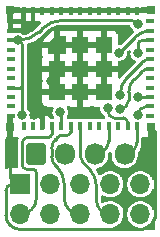
<source format=gbr>
%TF.GenerationSoftware,KiCad,Pcbnew,(6.0.2-0)*%
%TF.CreationDate,2022-03-05T08:12:12+00:00*%
%TF.ProjectId,Generic4,47656e65-7269-4633-942e-6b696361645f,1*%
%TF.SameCoordinates,Original*%
%TF.FileFunction,Copper,L1,Top*%
%TF.FilePolarity,Positive*%
%FSLAX46Y46*%
G04 Gerber Fmt 4.6, Leading zero omitted, Abs format (unit mm)*
G04 Created by KiCad (PCBNEW (6.0.2-0)) date 2022-03-05 08:12:12*
%MOMM*%
%LPD*%
G01*
G04 APERTURE LIST*
G04 Aperture macros list*
%AMRoundRect*
0 Rectangle with rounded corners*
0 $1 Rounding radius*
0 $2 $3 $4 $5 $6 $7 $8 $9 X,Y pos of 4 corners*
0 Add a 4 corners polygon primitive as box body*
4,1,4,$2,$3,$4,$5,$6,$7,$8,$9,$2,$3,0*
0 Add four circle primitives for the rounded corners*
1,1,$1+$1,$2,$3*
1,1,$1+$1,$4,$5*
1,1,$1+$1,$6,$7*
1,1,$1+$1,$8,$9*
0 Add four rect primitives between the rounded corners*
20,1,$1+$1,$2,$3,$4,$5,0*
20,1,$1+$1,$4,$5,$6,$7,0*
20,1,$1+$1,$6,$7,$8,$9,0*
20,1,$1+$1,$8,$9,$2,$3,0*%
%AMOutline5P*
0 Free polygon, 5 corners , with rotation*
0 The origin of the aperture is its center*
0 number of corners: always 5*
0 $1 to $10 corner X, Y*
0 $11 Rotation angle, in degrees counterclockwise*
0 create outline with 5 corners*
4,1,5,$1,$2,$3,$4,$5,$6,$7,$8,$9,$10,$1,$2,$11*%
%AMOutline6P*
0 Free polygon, 6 corners , with rotation*
0 The origin of the aperture is its center*
0 number of corners: always 6*
0 $1 to $12 corner X, Y*
0 $13 Rotation angle, in degrees counterclockwise*
0 create outline with 6 corners*
4,1,6,$1,$2,$3,$4,$5,$6,$7,$8,$9,$10,$11,$12,$1,$2,$13*%
%AMOutline7P*
0 Free polygon, 7 corners , with rotation*
0 The origin of the aperture is its center*
0 number of corners: always 7*
0 $1 to $14 corner X, Y*
0 $15 Rotation angle, in degrees counterclockwise*
0 create outline with 7 corners*
4,1,7,$1,$2,$3,$4,$5,$6,$7,$8,$9,$10,$11,$12,$13,$14,$1,$2,$15*%
%AMOutline8P*
0 Free polygon, 8 corners , with rotation*
0 The origin of the aperture is its center*
0 number of corners: always 8*
0 $1 to $16 corner X, Y*
0 $17 Rotation angle, in degrees counterclockwise*
0 create outline with 8 corners*
4,1,8,$1,$2,$3,$4,$5,$6,$7,$8,$9,$10,$11,$12,$13,$14,$15,$16,$1,$2,$17*%
G04 Aperture macros list end*
%TA.AperFunction,SMDPad,CuDef*%
%ADD10R,0.800000X0.400000*%
%TD*%
%TA.AperFunction,SMDPad,CuDef*%
%ADD11R,0.400000X0.800000*%
%TD*%
%TA.AperFunction,SMDPad,CuDef*%
%ADD12R,1.450000X1.450000*%
%TD*%
%TA.AperFunction,SMDPad,CuDef*%
%ADD13Outline5P,-0.725000X0.130500X-0.130500X0.725000X0.725000X0.725000X0.725000X-0.725000X-0.725000X-0.725000X0.000000*%
%TD*%
%TA.AperFunction,SMDPad,CuDef*%
%ADD14R,0.700000X0.700000*%
%TD*%
%TA.AperFunction,ComponentPad*%
%ADD15RoundRect,0.250000X-0.600000X-0.675000X0.600000X-0.675000X0.600000X0.675000X-0.600000X0.675000X0*%
%TD*%
%TA.AperFunction,ComponentPad*%
%ADD16O,1.700000X1.850000*%
%TD*%
%TA.AperFunction,ComponentPad*%
%ADD17R,1.700000X1.700000*%
%TD*%
%TA.AperFunction,ComponentPad*%
%ADD18O,1.700000X1.700000*%
%TD*%
%TA.AperFunction,ViaPad*%
%ADD19C,0.800000*%
%TD*%
%TA.AperFunction,Conductor*%
%ADD20C,0.250000*%
%TD*%
G04 APERTURE END LIST*
D10*
%TO.P,U1,1,GND*%
%TO.N,GND*%
X94100000Y-40193250D03*
%TO.P,U1,2,GND*%
X94100000Y-40993250D03*
%TO.P,U1,3,3V3*%
%TO.N,EN*%
X94100000Y-41793250D03*
%TO.P,U1,4,I36*%
%TO.N,unconnected-(U1-Pad4)*%
X94100000Y-42593250D03*
%TO.P,U1,5,I37*%
%TO.N,unconnected-(U1-Pad5)*%
X94100000Y-43393250D03*
%TO.P,U1,6,I38*%
%TO.N,unconnected-(U1-Pad6)*%
X94100000Y-44193250D03*
%TO.P,U1,7,I39*%
%TO.N,unconnected-(U1-Pad7)*%
X94100000Y-44993250D03*
%TO.P,U1,8,EN*%
%TO.N,EN*%
X94100000Y-45793250D03*
%TO.P,U1,9,I34*%
%TO.N,unconnected-(U1-Pad9)*%
X94100000Y-46593250D03*
%TO.P,U1,10,I35*%
%TO.N,unconnected-(U1-Pad10)*%
X94100000Y-47393250D03*
%TO.P,U1,11,GND*%
%TO.N,GND*%
X94100000Y-48193250D03*
D11*
%TO.P,U1,12,IO32*%
%TO.N,unconnected-(U1-Pad12)*%
X95200000Y-49093250D03*
%TO.P,U1,13,IO33*%
%TO.N,unconnected-(U1-Pad13)*%
X96000000Y-49093250D03*
%TO.P,U1,14,GND*%
%TO.N,GND*%
X96800000Y-49093250D03*
%TO.P,U1,15,IO25*%
%TO.N,IO1*%
X97600000Y-49093250D03*
%TO.P,U1,16,IO26*%
%TO.N,IO2*%
X98400000Y-49093250D03*
%TO.P,U1,17,IO27*%
%TO.N,IO3*%
X99200000Y-49093250D03*
%TO.P,U1,18,IO14*%
%TO.N,IO4*%
X100000000Y-49093250D03*
%TO.P,U1,19,IO12*%
%TO.N,unconnected-(U1-Pad19)*%
X100800000Y-49093250D03*
%TO.P,U1,20,IO13*%
%TO.N,unconnected-(U1-Pad20)*%
X101600000Y-49093250D03*
%TO.P,U1,21,IO15*%
%TO.N,IO6*%
X102400000Y-49093250D03*
%TO.P,U1,22,IO2*%
%TO.N,unconnected-(U1-Pad22)*%
X103200000Y-49093250D03*
%TO.P,U1,23,IO0*%
%TO.N,GPIO0*%
X104000000Y-49093250D03*
%TO.P,U1,24,IO4*%
%TO.N,IO7*%
X104800000Y-49093250D03*
D10*
%TO.P,U1,25,NC*%
%TO.N,unconnected-(U1-Pad25)*%
X105900000Y-48193250D03*
%TO.P,U1,26,IO20*%
%TO.N,IO5*%
X105900000Y-47393250D03*
%TO.P,U1,27,IO7*%
%TO.N,B*%
X105900000Y-46593250D03*
%TO.P,U1,28,IO8*%
%TO.N,unconnected-(U1-Pad28)*%
X105900000Y-45793250D03*
%TO.P,U1,29,IO5*%
%TO.N,unconnected-(U1-Pad29)*%
X105900000Y-44993250D03*
%TO.P,U1,30,RXD0*%
%TO.N,RX*%
X105900000Y-44193250D03*
%TO.P,U1,31,TXD0*%
%TO.N,TX*%
X105900000Y-43393250D03*
%TO.P,U1,32,NC*%
%TO.N,unconnected-(U1-Pad32)*%
X105900000Y-42593250D03*
%TO.P,U1,33,IO19*%
%TO.N,G*%
X105900000Y-41793250D03*
%TO.P,U1,34,IO22*%
%TO.N,R*%
X105900000Y-40993250D03*
%TO.P,U1,35,IO21*%
%TO.N,unconnected-(U1-Pad35)*%
X105900000Y-40193250D03*
D11*
%TO.P,U1,36,GND*%
%TO.N,GND*%
X104800000Y-39293250D03*
%TO.P,U1,37,GND*%
X104000000Y-39293250D03*
%TO.P,U1,38,GND*%
X103200000Y-39293250D03*
%TO.P,U1,39,GND*%
X102400000Y-39293250D03*
%TO.P,U1,40,GND*%
X101600000Y-39293250D03*
%TO.P,U1,41,GND*%
X100800000Y-39293250D03*
%TO.P,U1,42,GND*%
X100000000Y-39293250D03*
%TO.P,U1,43,GND*%
X99200000Y-39293250D03*
%TO.P,U1,44,GND*%
X98400000Y-39293250D03*
%TO.P,U1,45,GND*%
X97600000Y-39293250D03*
%TO.P,U1,46,GND*%
X96800000Y-39293250D03*
%TO.P,U1,47,GND*%
X96000000Y-39293250D03*
%TO.P,U1,48,GND*%
X95200000Y-39293250D03*
D12*
%TO.P,U1,49,GND*%
X98025000Y-46168250D03*
X100000000Y-46168250D03*
X101975000Y-46168250D03*
X101975000Y-42218250D03*
X101975000Y-44193250D03*
X100000000Y-44193250D03*
X98025000Y-44193250D03*
X100000000Y-42218250D03*
D13*
X98025000Y-42218250D03*
D14*
%TO.P,U1,50,GND*%
X105950000Y-39243250D03*
%TO.P,U1,51,GND*%
X105950000Y-49143250D03*
%TO.P,U1,52,GND*%
X94050000Y-49143250D03*
%TO.P,U1,53,GND*%
X94050000Y-39243250D03*
%TD*%
D15*
%TO.P,J2,1,Pin_1*%
%TO.N,GND*%
X96250000Y-51440000D03*
D16*
%TO.P,J2,2,Pin_2*%
%TO.N,DC*%
X98750000Y-51440000D03*
%TO.P,J2,3,Pin_3*%
%TO.N,IO6*%
X101250000Y-51440000D03*
%TO.P,J2,4,Pin_4*%
%TO.N,IO7*%
X103750000Y-51440000D03*
%TD*%
D17*
%TO.P,J1,1,Pin_1*%
%TO.N,GND*%
X94925000Y-53980000D03*
D18*
%TO.P,J1,2,Pin_2*%
%TO.N,IO1*%
X94925000Y-56520000D03*
%TO.P,J1,3,Pin_3*%
%TO.N,GPIO0*%
X97465000Y-53980000D03*
%TO.P,J1,4,Pin_4*%
%TO.N,IO2*%
X97465000Y-56520000D03*
%TO.P,J1,5,Pin_5*%
%TO.N,EN*%
X100005000Y-53980000D03*
%TO.P,J1,6,Pin_6*%
%TO.N,IO3*%
X100005000Y-56520000D03*
%TO.P,J1,7,Pin_7*%
%TO.N,RX*%
X102545000Y-53980000D03*
%TO.P,J1,8,Pin_8*%
%TO.N,IO4*%
X102545000Y-56520000D03*
%TO.P,J1,9,Pin_9*%
%TO.N,TX*%
X105085000Y-53980000D03*
%TO.P,J1,10,Pin_10*%
%TO.N,IO5*%
X105085000Y-56520000D03*
%TD*%
D19*
%TO.N,GND*%
X97540500Y-45250000D03*
X96100000Y-48093748D03*
X95750000Y-40650000D03*
%TO.N,TX*%
X103367943Y-46421273D03*
%TO.N,RX*%
X103336743Y-47638860D03*
%TO.N,EN*%
X104884187Y-40391384D03*
X95099502Y-48093748D03*
X94706750Y-41793250D03*
%TO.N,IO2*%
X98300000Y-47900000D03*
%TO.N,GPIO0*%
X102340895Y-47553469D03*
%TO.N,IO5*%
X104900000Y-48093748D03*
%TO.N,R*%
X103299500Y-42868750D03*
%TO.N,G*%
X104900000Y-42900000D03*
%TO.N,B*%
X104900000Y-46600000D03*
%TD*%
D20*
%TO.N,GND*%
X94050000Y-49143250D02*
X94050000Y-53105000D01*
X106300000Y-56800000D02*
X106300000Y-49493250D01*
X94900000Y-57800000D02*
X105300000Y-57800000D01*
X94925000Y-53980000D02*
X94220000Y-53980000D01*
X93700000Y-54500000D02*
X93700000Y-56600000D01*
X96800000Y-49093250D02*
X96800000Y-48793748D01*
X105950000Y-49143250D02*
G75*
G02*
X106300000Y-49493250I-1J-350001D01*
G01*
X96100000Y-48093748D02*
G75*
G02*
X96800000Y-48793748I1J-699999D01*
G01*
X93700000Y-54500000D02*
G75*
G02*
X94220000Y-53980000I519998J2D01*
G01*
X106300000Y-56800000D02*
G75*
G02*
X105300000Y-57800000I-999999J-1D01*
G01*
X94925000Y-53980000D02*
G75*
G02*
X94050000Y-53105000I1J875001D01*
G01*
X94900000Y-57800000D02*
G75*
G02*
X93700000Y-56600000I0J1200000D01*
G01*
%TO.N,TX*%
X103367943Y-46417685D02*
X103367943Y-46421273D01*
X105220445Y-43674731D02*
X103997588Y-44897588D01*
X103367944Y-46417685D02*
G75*
G02*
X103997589Y-44897589I2149734J3D01*
G01*
X105220445Y-43674731D02*
G75*
G02*
X105900000Y-43393250I679556J-679558D01*
G01*
%TO.N,RX*%
X104100000Y-46200000D02*
X104100000Y-46875603D01*
X105122952Y-44522952D02*
X104562516Y-45083388D01*
X105136332Y-44509571D02*
X105122952Y-44522952D01*
X105136332Y-44509571D02*
G75*
G02*
X105900000Y-44193250I763667J-763669D01*
G01*
X104100001Y-46200000D02*
G75*
G02*
X104562517Y-45083389I1579127J0D01*
G01*
X103336743Y-47638860D02*
G75*
G03*
X104100000Y-46875603I-1J763258D01*
G01*
%TO.N,EN*%
X98500000Y-40100000D02*
X104180724Y-40100000D01*
X94100000Y-41793250D02*
X94706750Y-41793250D01*
X94706750Y-41793250D02*
X94814633Y-41793250D01*
X96481864Y-41102660D02*
X96481864Y-41094010D01*
X95099502Y-48093748D02*
X95099502Y-45700498D01*
X96481864Y-41094010D02*
X96751707Y-40824167D01*
X94100000Y-45793250D02*
X95006750Y-45793250D01*
X95099502Y-45700498D02*
X95099502Y-42186002D01*
X104884187Y-40391384D02*
G75*
G03*
X104180724Y-40100000I-703467J-703473D01*
G01*
X94706750Y-41793250D02*
G75*
G02*
X95099502Y-42186002I1J-392751D01*
G01*
X95099502Y-45700498D02*
G75*
G02*
X95006750Y-45793250I-92751J-1D01*
G01*
X96481864Y-41102660D02*
G75*
G02*
X94814633Y-41793250I-1667233J1667235D01*
G01*
X98500000Y-40100001D02*
G75*
G03*
X96751707Y-40824167I-1J-2472457D01*
G01*
%TO.N,IO4*%
X100786989Y-52713011D02*
X100230533Y-52156555D01*
X100000000Y-51600000D02*
X100000000Y-49093250D01*
X101370489Y-54121704D02*
X101370489Y-55345489D01*
X100786989Y-52713011D02*
G75*
G02*
X101370489Y-54121704I-1408696J-1408695D01*
G01*
X102545000Y-56520000D02*
G75*
G02*
X101370489Y-55345489I-1J1174510D01*
G01*
X100000001Y-51600000D02*
G75*
G03*
X100230534Y-52156554I787077J-4D01*
G01*
%TO.N,IO3*%
X97575480Y-51624520D02*
X97575480Y-50965324D01*
X98639511Y-55154511D02*
X98639511Y-53939511D01*
X98000000Y-52500000D02*
X97894358Y-52394358D01*
X99200000Y-49093250D02*
X99200000Y-49535522D01*
X97894688Y-50194688D02*
X98026853Y-50062523D01*
X98073826Y-52573825D02*
X98000000Y-52500000D01*
X98617761Y-49817761D02*
X98917761Y-49817761D01*
X98917761Y-49817761D02*
G75*
G03*
X99200000Y-49535522I0J282239D01*
G01*
X98073826Y-52573825D02*
G75*
G02*
X98639511Y-53939511I-1365690J-1365687D01*
G01*
X98639511Y-55154511D02*
G75*
G03*
X100005000Y-56520000I1365487J-2D01*
G01*
X97894688Y-50194688D02*
G75*
G03*
X97575480Y-50965324I770631J-770634D01*
G01*
X97575481Y-51624520D02*
G75*
G03*
X97894358Y-52394358I1088714J0D01*
G01*
X98617761Y-49817762D02*
G75*
G03*
X98026854Y-50062524I2J-835675D01*
G01*
%TO.N,IO2*%
X98400000Y-49093250D02*
X98400000Y-48000000D01*
X98400000Y-48000000D02*
X98300000Y-47900000D01*
%TO.N,IO1*%
X97343250Y-50000000D02*
X95602507Y-50000000D01*
X96290489Y-52996467D02*
X96290489Y-55154511D01*
X95412027Y-52689520D02*
X95983542Y-52689520D01*
X95075480Y-50527027D02*
X95075480Y-52352973D01*
X97600000Y-49093250D02*
X97600000Y-49743250D01*
X96290489Y-52996467D02*
G75*
G03*
X95983542Y-52689520I-306948J-1D01*
G01*
X95412027Y-52689520D02*
G75*
G02*
X95075480Y-52352973I-1J336546D01*
G01*
X94925000Y-56520000D02*
G75*
G03*
X96290489Y-55154511I2J1365487D01*
G01*
X97343250Y-50000000D02*
G75*
G03*
X97600000Y-49743250I1J256749D01*
G01*
X95075480Y-50527027D02*
G75*
G02*
X95602507Y-50000000I527028J-1D01*
G01*
%TO.N,GPIO0*%
X104000000Y-49093250D02*
X104000000Y-48726720D01*
X102874591Y-48363360D02*
X103636640Y-48363360D01*
X102340895Y-47553469D02*
X102340895Y-47829664D01*
X103636640Y-48363360D02*
G75*
G02*
X104000000Y-48726720I-1J-363361D01*
G01*
X102874591Y-48363360D02*
G75*
G02*
X102340895Y-47829664I0J533696D01*
G01*
%TO.N,IO5*%
X105900000Y-47393250D02*
X105600498Y-47393250D01*
X104900000Y-48093748D02*
G75*
G02*
X105600498Y-47393250I700498J0D01*
G01*
%TO.N,IO6*%
X102400000Y-49093250D02*
X102400000Y-50290000D01*
X101250000Y-51440000D02*
G75*
G03*
X102400000Y-50290000I1J1149999D01*
G01*
%TO.N,IO7*%
X104800000Y-49093250D02*
X104800000Y-50390000D01*
X103750000Y-51440000D02*
G75*
G03*
X104800000Y-50390000I0J1050000D01*
G01*
%TO.N,R*%
X104662350Y-41505902D02*
X104660603Y-41507648D01*
X103299500Y-42868750D02*
X104660603Y-41507648D01*
X104662350Y-41505902D02*
G75*
G02*
X105900000Y-40993250I1237649J-1237646D01*
G01*
%TO.N,G*%
X104900000Y-42143250D02*
X104900000Y-42900000D01*
X105900000Y-41793250D02*
X105250000Y-41793250D01*
X104900000Y-42143250D02*
G75*
G02*
X105250000Y-41793250I350001J-1D01*
G01*
%TO.N,B*%
X105900000Y-46593250D02*
X104906750Y-46593250D01*
X104900000Y-46600000D02*
G75*
G02*
X104906750Y-46593250I6750J0D01*
G01*
%TD*%
%TA.AperFunction,Conductor*%
%TO.N,GND*%
G36*
X106277068Y-56892398D02*
G01*
X106328742Y-56941084D01*
X106346000Y-57004734D01*
X106346000Y-57720000D01*
X106325998Y-57788121D01*
X106272342Y-57834614D01*
X106220000Y-57846000D01*
X105375687Y-57846000D01*
X105307566Y-57825998D01*
X105261073Y-57772342D01*
X105250969Y-57702068D01*
X105280463Y-57637488D01*
X105344033Y-57598843D01*
X105343945Y-57598584D01*
X105420309Y-57572662D01*
X105530693Y-57535192D01*
X105530698Y-57535190D01*
X105536165Y-57533334D01*
X105713276Y-57434147D01*
X105775934Y-57382035D01*
X105864913Y-57308031D01*
X105869345Y-57304345D01*
X105999147Y-57148276D01*
X106058845Y-57041677D01*
X106095510Y-56976208D01*
X106095511Y-56976206D01*
X106098334Y-56971165D01*
X106100687Y-56964232D01*
X106101109Y-56963633D01*
X106102541Y-56960416D01*
X106103173Y-56960697D01*
X106141523Y-56906157D01*
X106207275Y-56879378D01*
X106277068Y-56892398D01*
G37*
%TD.AperFunction*%
%TA.AperFunction,Conductor*%
G36*
X106146121Y-48909252D02*
G01*
X106192614Y-48962908D01*
X106204000Y-49015250D01*
X106204000Y-49983134D01*
X106208475Y-49998373D01*
X106209865Y-49999578D01*
X106217548Y-50001249D01*
X106220000Y-50001249D01*
X106227009Y-50003307D01*
X106230783Y-50004128D01*
X106230724Y-50004398D01*
X106288121Y-50021251D01*
X106334614Y-50074907D01*
X106346000Y-50127249D01*
X106346000Y-53499256D01*
X106325998Y-53567377D01*
X106272342Y-53613870D01*
X106202068Y-53623974D01*
X106137488Y-53594480D01*
X106106994Y-53554984D01*
X106033331Y-53405609D01*
X106030776Y-53400428D01*
X106000742Y-53360207D01*
X105912777Y-53242409D01*
X105909320Y-53237779D01*
X105760258Y-53099987D01*
X105755375Y-53096906D01*
X105755371Y-53096903D01*
X105593464Y-52994748D01*
X105588581Y-52991667D01*
X105400039Y-52916446D01*
X105394379Y-52915320D01*
X105394375Y-52915319D01*
X105206613Y-52877971D01*
X105206610Y-52877971D01*
X105200946Y-52876844D01*
X105195171Y-52876768D01*
X105195167Y-52876768D01*
X105093793Y-52875441D01*
X104997971Y-52874187D01*
X104992274Y-52875166D01*
X104992273Y-52875166D01*
X104803607Y-52907585D01*
X104797910Y-52908564D01*
X104607463Y-52978824D01*
X104433010Y-53082612D01*
X104428670Y-53086418D01*
X104428666Y-53086421D01*
X104408723Y-53103911D01*
X104280392Y-53216455D01*
X104154720Y-53375869D01*
X104152031Y-53380980D01*
X104152029Y-53380983D01*
X104139073Y-53405609D01*
X104060203Y-53555515D01*
X104000007Y-53749378D01*
X103976148Y-53950964D01*
X103989424Y-54153522D01*
X103990845Y-54159118D01*
X103990846Y-54159123D01*
X104011119Y-54238945D01*
X104039392Y-54350269D01*
X104041809Y-54355512D01*
X104079010Y-54436208D01*
X104124377Y-54534616D01*
X104241533Y-54700389D01*
X104386938Y-54842035D01*
X104555720Y-54954812D01*
X104561023Y-54957090D01*
X104561026Y-54957092D01*
X104697550Y-55015747D01*
X104742228Y-55034942D01*
X104815244Y-55051464D01*
X104934579Y-55078467D01*
X104934584Y-55078468D01*
X104940216Y-55079742D01*
X104945987Y-55079969D01*
X104945989Y-55079969D01*
X105005756Y-55082317D01*
X105143053Y-55087712D01*
X105243499Y-55073148D01*
X105338231Y-55059413D01*
X105338236Y-55059412D01*
X105343945Y-55058584D01*
X105349409Y-55056729D01*
X105349414Y-55056728D01*
X105530693Y-54995192D01*
X105530698Y-54995190D01*
X105536165Y-54993334D01*
X105713276Y-54894147D01*
X105718288Y-54889979D01*
X105864913Y-54768031D01*
X105869345Y-54764345D01*
X105999147Y-54608276D01*
X106071213Y-54479593D01*
X106095510Y-54436208D01*
X106095511Y-54436206D01*
X106098334Y-54431165D01*
X106100687Y-54424232D01*
X106101109Y-54423633D01*
X106102541Y-54420416D01*
X106103173Y-54420697D01*
X106141523Y-54366157D01*
X106207275Y-54339378D01*
X106277068Y-54352398D01*
X106328742Y-54401084D01*
X106346000Y-54464734D01*
X106346000Y-56039256D01*
X106325998Y-56107377D01*
X106272342Y-56153870D01*
X106202068Y-56163974D01*
X106137488Y-56134480D01*
X106106994Y-56094984D01*
X106033331Y-55945609D01*
X106030776Y-55940428D01*
X105909320Y-55777779D01*
X105787264Y-55664951D01*
X105764503Y-55643911D01*
X105760258Y-55639987D01*
X105755375Y-55636906D01*
X105755371Y-55636903D01*
X105593464Y-55534748D01*
X105588581Y-55531667D01*
X105400039Y-55456446D01*
X105394379Y-55455320D01*
X105394375Y-55455319D01*
X105206613Y-55417971D01*
X105206610Y-55417971D01*
X105200946Y-55416844D01*
X105195171Y-55416768D01*
X105195167Y-55416768D01*
X105093793Y-55415441D01*
X104997971Y-55414187D01*
X104992274Y-55415166D01*
X104992273Y-55415166D01*
X104806389Y-55447107D01*
X104797910Y-55448564D01*
X104607463Y-55518824D01*
X104433010Y-55622612D01*
X104428670Y-55626418D01*
X104428666Y-55626421D01*
X104331480Y-55711652D01*
X104280392Y-55756455D01*
X104276817Y-55760990D01*
X104276816Y-55760991D01*
X104247722Y-55797897D01*
X104154720Y-55915869D01*
X104152031Y-55920980D01*
X104152029Y-55920983D01*
X104139073Y-55945609D01*
X104060203Y-56095515D01*
X104000007Y-56289378D01*
X103976148Y-56490964D01*
X103989424Y-56693522D01*
X103990845Y-56699118D01*
X103990846Y-56699123D01*
X104011119Y-56778945D01*
X104039392Y-56890269D01*
X104041809Y-56895512D01*
X104078744Y-56975631D01*
X104124377Y-57074616D01*
X104241533Y-57240389D01*
X104386938Y-57382035D01*
X104555720Y-57494812D01*
X104561023Y-57497090D01*
X104561026Y-57497092D01*
X104649707Y-57535192D01*
X104742228Y-57574942D01*
X104816524Y-57591753D01*
X104840183Y-57597107D01*
X104902210Y-57631650D01*
X104935714Y-57694243D01*
X104930060Y-57765014D01*
X104887041Y-57821494D01*
X104820316Y-57845749D01*
X104812375Y-57846000D01*
X102835687Y-57846000D01*
X102767566Y-57825998D01*
X102721073Y-57772342D01*
X102710969Y-57702068D01*
X102740463Y-57637488D01*
X102804033Y-57598843D01*
X102803945Y-57598584D01*
X102880309Y-57572662D01*
X102990693Y-57535192D01*
X102990698Y-57535190D01*
X102996165Y-57533334D01*
X103173276Y-57434147D01*
X103235934Y-57382035D01*
X103324913Y-57308031D01*
X103329345Y-57304345D01*
X103459147Y-57148276D01*
X103518845Y-57041677D01*
X103555510Y-56976208D01*
X103555511Y-56976206D01*
X103558334Y-56971165D01*
X103560190Y-56965698D01*
X103560192Y-56965693D01*
X103621728Y-56784414D01*
X103621729Y-56784409D01*
X103623584Y-56778945D01*
X103624412Y-56773236D01*
X103624413Y-56773231D01*
X103652179Y-56581727D01*
X103652712Y-56578053D01*
X103654232Y-56520000D01*
X103641782Y-56384506D01*
X103636187Y-56323613D01*
X103636186Y-56323610D01*
X103635658Y-56317859D01*
X103630665Y-56300155D01*
X103582125Y-56128046D01*
X103582124Y-56128044D01*
X103580557Y-56122487D01*
X103576488Y-56114234D01*
X103493331Y-55945609D01*
X103490776Y-55940428D01*
X103369320Y-55777779D01*
X103247264Y-55664951D01*
X103224503Y-55643911D01*
X103220258Y-55639987D01*
X103215375Y-55636906D01*
X103215371Y-55636903D01*
X103053464Y-55534748D01*
X103048581Y-55531667D01*
X102860039Y-55456446D01*
X102854379Y-55455320D01*
X102854375Y-55455319D01*
X102666613Y-55417971D01*
X102666610Y-55417971D01*
X102660946Y-55416844D01*
X102655171Y-55416768D01*
X102655167Y-55416768D01*
X102553793Y-55415441D01*
X102457971Y-55414187D01*
X102452274Y-55415166D01*
X102452273Y-55415166D01*
X102266389Y-55447107D01*
X102257910Y-55448564D01*
X102067463Y-55518824D01*
X101962341Y-55581365D01*
X101954439Y-55586066D01*
X101885668Y-55603706D01*
X101818278Y-55581365D01*
X101773665Y-55526137D01*
X101769439Y-55514348D01*
X101768864Y-55512452D01*
X101764048Y-55488235D01*
X101763428Y-55481932D01*
X101753388Y-55379999D01*
X101753824Y-55365200D01*
X101753169Y-55365200D01*
X101753169Y-55355282D01*
X101754720Y-55345489D01*
X101751540Y-55325411D01*
X101749989Y-55305701D01*
X101749989Y-55012985D01*
X101769991Y-54944864D01*
X101823647Y-54898371D01*
X101893921Y-54888267D01*
X101945990Y-54908219D01*
X102015720Y-54954812D01*
X102021023Y-54957090D01*
X102021026Y-54957092D01*
X102157550Y-55015747D01*
X102202228Y-55034942D01*
X102275244Y-55051464D01*
X102394579Y-55078467D01*
X102394584Y-55078468D01*
X102400216Y-55079742D01*
X102405987Y-55079969D01*
X102405989Y-55079969D01*
X102465756Y-55082317D01*
X102603053Y-55087712D01*
X102703499Y-55073148D01*
X102798231Y-55059413D01*
X102798236Y-55059412D01*
X102803945Y-55058584D01*
X102809409Y-55056729D01*
X102809414Y-55056728D01*
X102990693Y-54995192D01*
X102990698Y-54995190D01*
X102996165Y-54993334D01*
X103173276Y-54894147D01*
X103178288Y-54889979D01*
X103324913Y-54768031D01*
X103329345Y-54764345D01*
X103459147Y-54608276D01*
X103531213Y-54479593D01*
X103555510Y-54436208D01*
X103555511Y-54436206D01*
X103558334Y-54431165D01*
X103560190Y-54425698D01*
X103560192Y-54425693D01*
X103621728Y-54244414D01*
X103621729Y-54244409D01*
X103623584Y-54238945D01*
X103624412Y-54233236D01*
X103624413Y-54233231D01*
X103652179Y-54041727D01*
X103652712Y-54038053D01*
X103654232Y-53980000D01*
X103635658Y-53777859D01*
X103634090Y-53772299D01*
X103582125Y-53588046D01*
X103582124Y-53588044D01*
X103580557Y-53582487D01*
X103569978Y-53561033D01*
X103493331Y-53405609D01*
X103490776Y-53400428D01*
X103460742Y-53360207D01*
X103372777Y-53242409D01*
X103369320Y-53237779D01*
X103220258Y-53099987D01*
X103215375Y-53096906D01*
X103215371Y-53096903D01*
X103053464Y-52994748D01*
X103048581Y-52991667D01*
X102860039Y-52916446D01*
X102854379Y-52915320D01*
X102854375Y-52915319D01*
X102666613Y-52877971D01*
X102666610Y-52877971D01*
X102660946Y-52876844D01*
X102655171Y-52876768D01*
X102655167Y-52876768D01*
X102553793Y-52875441D01*
X102457971Y-52874187D01*
X102452274Y-52875166D01*
X102452273Y-52875166D01*
X102263607Y-52907585D01*
X102257910Y-52908564D01*
X102067463Y-52978824D01*
X101893010Y-53082612D01*
X101888670Y-53086418D01*
X101888666Y-53086421D01*
X101747918Y-53209855D01*
X101683514Y-53239732D01*
X101613181Y-53230046D01*
X101559249Y-53183874D01*
X101548432Y-53163342D01*
X101519839Y-53094315D01*
X101519838Y-53094313D01*
X101518484Y-53091044D01*
X101452708Y-52972030D01*
X101391344Y-52861000D01*
X101391343Y-52860998D01*
X101389630Y-52857899D01*
X101384767Y-52851045D01*
X101351661Y-52804385D01*
X101328555Y-52737254D01*
X101345410Y-52668287D01*
X101396877Y-52619381D01*
X101424900Y-52608980D01*
X101491387Y-52592957D01*
X101605393Y-52565482D01*
X101605395Y-52565481D01*
X101611226Y-52564076D01*
X101616684Y-52561594D01*
X101616688Y-52561593D01*
X101732957Y-52508728D01*
X101803084Y-52476843D01*
X101974986Y-52354904D01*
X102120728Y-52202660D01*
X102177710Y-52114410D01*
X102231800Y-52030640D01*
X102231801Y-52030637D01*
X102235052Y-52025603D01*
X102313834Y-51830122D01*
X102340045Y-51695901D01*
X102353361Y-51627717D01*
X102353361Y-51627714D01*
X102354229Y-51623271D01*
X102354500Y-51617730D01*
X102354500Y-51400730D01*
X102374502Y-51332609D01*
X102391405Y-51311635D01*
X102408872Y-51294168D01*
X102418632Y-51281130D01*
X102475467Y-51238584D01*
X102546282Y-51233518D01*
X102608595Y-51267543D01*
X102642620Y-51329855D01*
X102645500Y-51356639D01*
X102645500Y-51567659D01*
X102660493Y-51724806D01*
X102719823Y-51927042D01*
X102722573Y-51932381D01*
X102773180Y-52030640D01*
X102816324Y-52114410D01*
X102856321Y-52165328D01*
X102942808Y-52275432D01*
X102942812Y-52275436D01*
X102946514Y-52280149D01*
X102951044Y-52284080D01*
X102951045Y-52284081D01*
X103101165Y-52414350D01*
X103101170Y-52414354D01*
X103105696Y-52418281D01*
X103288126Y-52523819D01*
X103487222Y-52592957D01*
X103493155Y-52593817D01*
X103493158Y-52593818D01*
X103689860Y-52622338D01*
X103689863Y-52622338D01*
X103695800Y-52623199D01*
X103906333Y-52613455D01*
X103912157Y-52612051D01*
X103912160Y-52612051D01*
X104105393Y-52565482D01*
X104105395Y-52565481D01*
X104111226Y-52564076D01*
X104116684Y-52561594D01*
X104116688Y-52561593D01*
X104232957Y-52508728D01*
X104303084Y-52476843D01*
X104474986Y-52354904D01*
X104620728Y-52202660D01*
X104677710Y-52114410D01*
X104731800Y-52030640D01*
X104731801Y-52030637D01*
X104735052Y-52025603D01*
X104813834Y-51830122D01*
X104840045Y-51695901D01*
X104853361Y-51627717D01*
X104853361Y-51627714D01*
X104854229Y-51623271D01*
X104854500Y-51617730D01*
X104854500Y-51344381D01*
X104874502Y-51276260D01*
X104884688Y-51262551D01*
X104894128Y-51251498D01*
X104910066Y-51232837D01*
X105027632Y-51040986D01*
X105046600Y-50995195D01*
X105111845Y-50837679D01*
X105111846Y-50837677D01*
X105113739Y-50833106D01*
X105166266Y-50614315D01*
X105173288Y-50525096D01*
X105178464Y-50459329D01*
X105178867Y-50456580D01*
X105179018Y-50456149D01*
X105179500Y-50450584D01*
X105179500Y-50447875D01*
X105179567Y-50446326D01*
X105179837Y-50441886D01*
X105182790Y-50404366D01*
X105182790Y-50404364D01*
X105183613Y-50393903D01*
X105184231Y-50390000D01*
X105181051Y-50369922D01*
X105179500Y-50350212D01*
X105179500Y-50059319D01*
X105199502Y-49991198D01*
X105253158Y-49944705D01*
X105323432Y-49934601D01*
X105353132Y-49944506D01*
X105353538Y-49943422D01*
X105482394Y-49991728D01*
X105497649Y-49995355D01*
X105548514Y-50000881D01*
X105555328Y-50001250D01*
X105677885Y-50001250D01*
X105693124Y-49996775D01*
X105694329Y-49995385D01*
X105696000Y-49987702D01*
X105696000Y-49015250D01*
X105716002Y-48947129D01*
X105769658Y-48900636D01*
X105822000Y-48889250D01*
X106078000Y-48889250D01*
X106146121Y-48909252D01*
G37*
%TD.AperFunction*%
%TA.AperFunction,Conductor*%
G36*
X94242121Y-48013252D02*
G01*
X94288614Y-48066908D01*
X94300000Y-48119250D01*
X94300000Y-48231053D01*
X94304000Y-48258873D01*
X94304000Y-49983134D01*
X94308475Y-49998373D01*
X94309865Y-49999578D01*
X94317548Y-50001249D01*
X94444669Y-50001249D01*
X94451490Y-50000879D01*
X94502352Y-49995355D01*
X94517607Y-49991728D01*
X94633866Y-49948145D01*
X94704673Y-49942962D01*
X94767042Y-49976883D01*
X94801171Y-50039139D01*
X94796224Y-50109963D01*
X94789223Y-50125511D01*
X94760934Y-50178436D01*
X94709097Y-50349316D01*
X94699559Y-50446163D01*
X94699345Y-50448331D01*
X94698122Y-50456153D01*
X94696462Y-50460878D01*
X94695980Y-50466443D01*
X94695980Y-50476305D01*
X94695373Y-50488654D01*
X94692161Y-50521266D01*
X94691249Y-50527026D01*
X94692800Y-50536817D01*
X94694429Y-50547103D01*
X94695980Y-50566814D01*
X94695980Y-52313184D01*
X94694429Y-52332894D01*
X94691249Y-52352972D01*
X94692801Y-52362767D01*
X94694016Y-52370438D01*
X94694959Y-52377787D01*
X94695407Y-52382336D01*
X94705385Y-52483651D01*
X94692156Y-52553404D01*
X94643315Y-52604932D01*
X94579992Y-52622000D01*
X94030331Y-52622001D01*
X94023510Y-52622371D01*
X93972648Y-52627895D01*
X93957396Y-52631521D01*
X93828538Y-52679828D01*
X93827677Y-52677530D01*
X93771161Y-52689895D01*
X93704611Y-52665163D01*
X93661997Y-52608378D01*
X93654000Y-52564205D01*
X93654000Y-50127250D01*
X93674002Y-50059129D01*
X93727658Y-50012636D01*
X93771838Y-50003026D01*
X93793124Y-49996775D01*
X93794329Y-49995385D01*
X93796000Y-49987702D01*
X93796000Y-48364790D01*
X93816002Y-48296669D01*
X93869658Y-48250176D01*
X93886503Y-48243894D01*
X93897124Y-48240776D01*
X93898329Y-48239385D01*
X93900000Y-48231702D01*
X93900000Y-48119250D01*
X93920002Y-48051129D01*
X93973658Y-48004636D01*
X94026000Y-47993250D01*
X94174000Y-47993250D01*
X94242121Y-48013252D01*
G37*
%TD.AperFunction*%
%TA.AperFunction,Conductor*%
G36*
X104199510Y-40499502D02*
G01*
X104246003Y-40553158D01*
X104249715Y-40562200D01*
X104294128Y-40683567D01*
X104294130Y-40683571D01*
X104296740Y-40690703D01*
X104300976Y-40697006D01*
X104300976Y-40697007D01*
X104373139Y-40804396D01*
X104385095Y-40822189D01*
X104390714Y-40827302D01*
X104390715Y-40827303D01*
X104442743Y-40874644D01*
X104502263Y-40928803D01*
X104504846Y-40930205D01*
X104547556Y-40984412D01*
X104554371Y-41055080D01*
X104521898Y-41118215D01*
X104514585Y-41125302D01*
X104439136Y-41192727D01*
X104439134Y-41192730D01*
X104437811Y-41193912D01*
X104437407Y-41194252D01*
X104436243Y-41194823D01*
X104436486Y-41195095D01*
X104436485Y-41195096D01*
X104406415Y-41221969D01*
X104399567Y-41227493D01*
X104398677Y-41228383D01*
X104390657Y-41234210D01*
X104384831Y-41242229D01*
X104378711Y-41250653D01*
X104365868Y-41265689D01*
X103453912Y-42177645D01*
X103391600Y-42211671D01*
X103364157Y-42214548D01*
X103352751Y-42214488D01*
X103333337Y-42214386D01*
X103265322Y-42194026D01*
X103219112Y-42140127D01*
X103207999Y-42088388D01*
X103207999Y-41448581D01*
X103207629Y-41441760D01*
X103202105Y-41390898D01*
X103198479Y-41375646D01*
X103153324Y-41255196D01*
X103144786Y-41239601D01*
X103068285Y-41137526D01*
X103055724Y-41124965D01*
X102953649Y-41048464D01*
X102938054Y-41039926D01*
X102817606Y-40994772D01*
X102802351Y-40991145D01*
X102751486Y-40985619D01*
X102744672Y-40985250D01*
X102247115Y-40985250D01*
X102231876Y-40989725D01*
X102230671Y-40991115D01*
X102229000Y-40998798D01*
X102229000Y-43921135D01*
X102233475Y-43936374D01*
X102234865Y-43937579D01*
X102242548Y-43939250D01*
X103189884Y-43939250D01*
X103205123Y-43934775D01*
X103206328Y-43933385D01*
X103207999Y-43925702D01*
X103207999Y-43649919D01*
X103228001Y-43581798D01*
X103281657Y-43535305D01*
X103335978Y-43523935D01*
X103351283Y-43524176D01*
X103360820Y-43524326D01*
X103360823Y-43524326D01*
X103368416Y-43524445D01*
X103522832Y-43489079D01*
X103618344Y-43441042D01*
X103657572Y-43421313D01*
X103657575Y-43421311D01*
X103664355Y-43417901D01*
X103670126Y-43412972D01*
X103670129Y-43412970D01*
X103779036Y-43319954D01*
X103779036Y-43319953D01*
X103784814Y-43315019D01*
X103877255Y-43186374D01*
X103936342Y-43039391D01*
X103958662Y-42882557D01*
X103958807Y-42868750D01*
X103952937Y-42820245D01*
X103964612Y-42750216D01*
X103988930Y-42716015D01*
X104043286Y-42661659D01*
X104105598Y-42627633D01*
X104176413Y-42632698D01*
X104233249Y-42675245D01*
X104258060Y-42741765D01*
X104257303Y-42767200D01*
X104242660Y-42878432D01*
X104240729Y-42893096D01*
X104249421Y-42971825D01*
X104256881Y-43039391D01*
X104258113Y-43050553D01*
X104312553Y-43199319D01*
X104400908Y-43330805D01*
X104406527Y-43335918D01*
X104406528Y-43335919D01*
X104502865Y-43423578D01*
X104518076Y-43437419D01*
X104524749Y-43441042D01*
X104630968Y-43498715D01*
X104681290Y-43548798D01*
X104696546Y-43618136D01*
X104671893Y-43684715D01*
X104659941Y-43698541D01*
X103757379Y-44601103D01*
X103742344Y-44613945D01*
X103725896Y-44625895D01*
X103721549Y-44631878D01*
X103537129Y-44838244D01*
X103535094Y-44841112D01*
X103436761Y-44979699D01*
X103381028Y-45023681D01*
X103310365Y-45030549D01*
X103247205Y-44998124D01*
X103211602Y-44936700D01*
X103208000Y-44906786D01*
X103208000Y-44465365D01*
X103203525Y-44450126D01*
X103202135Y-44448921D01*
X103194452Y-44447250D01*
X102247115Y-44447250D01*
X102231876Y-44451725D01*
X102230671Y-44453115D01*
X102229000Y-44460798D01*
X102229000Y-46296250D01*
X102208998Y-46364371D01*
X102155342Y-46410864D01*
X102103000Y-46422250D01*
X100272115Y-46422250D01*
X100256876Y-46426725D01*
X100255671Y-46428115D01*
X100254000Y-46435798D01*
X100254000Y-47383134D01*
X100258475Y-47398373D01*
X100259865Y-47399578D01*
X100267548Y-47401249D01*
X100769669Y-47401249D01*
X100776490Y-47400879D01*
X100827352Y-47395355D01*
X100842606Y-47391728D01*
X100943271Y-47353991D01*
X101014078Y-47348808D01*
X101031729Y-47353991D01*
X101132391Y-47391728D01*
X101147649Y-47395355D01*
X101198514Y-47400881D01*
X101205328Y-47401250D01*
X101557080Y-47401250D01*
X101625201Y-47421252D01*
X101671694Y-47474908D01*
X101680158Y-47531411D01*
X101682695Y-47531438D01*
X101682616Y-47539033D01*
X101681624Y-47546565D01*
X101687029Y-47595520D01*
X101693341Y-47652689D01*
X101699008Y-47704022D01*
X101701618Y-47711153D01*
X101701618Y-47711155D01*
X101750081Y-47843586D01*
X101753448Y-47852788D01*
X101757684Y-47859091D01*
X101757684Y-47859092D01*
X101810251Y-47937319D01*
X101841803Y-47984274D01*
X101847422Y-47989387D01*
X101847423Y-47989388D01*
X101944472Y-48077695D01*
X101958971Y-48090888D01*
X101965644Y-48094511D01*
X101971838Y-48098913D01*
X101970494Y-48100804D01*
X102012725Y-48142837D01*
X102016475Y-48150233D01*
X102059487Y-48242474D01*
X102080719Y-48288006D01*
X102081277Y-48288803D01*
X102097681Y-48356438D01*
X102074457Y-48423529D01*
X102018647Y-48467413D01*
X101947972Y-48474158D01*
X101921810Y-48463409D01*
X101921085Y-48465160D01*
X101909621Y-48460411D01*
X101899301Y-48453516D01*
X101825067Y-48438750D01*
X101600037Y-48438750D01*
X101374934Y-48438751D01*
X101339182Y-48445862D01*
X101312874Y-48451094D01*
X101312872Y-48451095D01*
X101300699Y-48453516D01*
X101290379Y-48460411D01*
X101290378Y-48460412D01*
X101270002Y-48474027D01*
X101202249Y-48495242D01*
X101129998Y-48474027D01*
X101109621Y-48460411D01*
X101109618Y-48460410D01*
X101099301Y-48453516D01*
X101025067Y-48438750D01*
X100800037Y-48438750D01*
X100574934Y-48438751D01*
X100539182Y-48445862D01*
X100512874Y-48451094D01*
X100512872Y-48451095D01*
X100500699Y-48453516D01*
X100490379Y-48460411D01*
X100490378Y-48460412D01*
X100470002Y-48474027D01*
X100402249Y-48495242D01*
X100329998Y-48474027D01*
X100309621Y-48460411D01*
X100309618Y-48460410D01*
X100299301Y-48453516D01*
X100225067Y-48438750D01*
X100000037Y-48438750D01*
X99774934Y-48438751D01*
X99739182Y-48445862D01*
X99712874Y-48451094D01*
X99712872Y-48451095D01*
X99700699Y-48453516D01*
X99690379Y-48460411D01*
X99690378Y-48460412D01*
X99670002Y-48474027D01*
X99602249Y-48495242D01*
X99529998Y-48474027D01*
X99509621Y-48460411D01*
X99509618Y-48460410D01*
X99499301Y-48453516D01*
X99425067Y-48438750D01*
X99418880Y-48438750D01*
X99200001Y-48438751D01*
X98974934Y-48438751D01*
X98974242Y-48438889D01*
X98906361Y-48426015D01*
X98854833Y-48377175D01*
X98837890Y-48308230D01*
X98861442Y-48240326D01*
X98873319Y-48223797D01*
X98877755Y-48217624D01*
X98936842Y-48070641D01*
X98943947Y-48020719D01*
X98958581Y-47917891D01*
X98958581Y-47917888D01*
X98959162Y-47913807D01*
X98959307Y-47900000D01*
X98940276Y-47742733D01*
X98884280Y-47594546D01*
X98861292Y-47561098D01*
X98839192Y-47493628D01*
X98857078Y-47424922D01*
X98909270Y-47376791D01*
X98920901Y-47371749D01*
X98968269Y-47353991D01*
X99039076Y-47348808D01*
X99056729Y-47353991D01*
X99157391Y-47391728D01*
X99172649Y-47395355D01*
X99223514Y-47400881D01*
X99230328Y-47401250D01*
X99727885Y-47401250D01*
X99743124Y-47396775D01*
X99744329Y-47395385D01*
X99746000Y-47387702D01*
X99746000Y-46440365D01*
X99741525Y-46425126D01*
X99740135Y-46423921D01*
X99732452Y-46422250D01*
X96810116Y-46422250D01*
X96794877Y-46426725D01*
X96793672Y-46428115D01*
X96792001Y-46435798D01*
X96792001Y-46937919D01*
X96792371Y-46944740D01*
X96797895Y-46995602D01*
X96801521Y-47010854D01*
X96846676Y-47131304D01*
X96855214Y-47146899D01*
X96931715Y-47248974D01*
X96944276Y-47261535D01*
X97046351Y-47338036D01*
X97061946Y-47346574D01*
X97182394Y-47391728D01*
X97197649Y-47395355D01*
X97248514Y-47400881D01*
X97255328Y-47401250D01*
X97609827Y-47401250D01*
X97677948Y-47421252D01*
X97724441Y-47474908D01*
X97734545Y-47545182D01*
X97721539Y-47584760D01*
X97718950Y-47588444D01*
X97716192Y-47595519D01*
X97716191Y-47595520D01*
X97666625Y-47722652D01*
X97661406Y-47736037D01*
X97660414Y-47743570D01*
X97660414Y-47743571D01*
X97644371Y-47865435D01*
X97640729Y-47893096D01*
X97647418Y-47953682D01*
X97653044Y-48004636D01*
X97658113Y-48050553D01*
X97660723Y-48057684D01*
X97660723Y-48057686D01*
X97709562Y-48191145D01*
X97712553Y-48199319D01*
X97716788Y-48205622D01*
X97716792Y-48205629D01*
X97741551Y-48242474D01*
X97762944Y-48310171D01*
X97744340Y-48378687D01*
X97691647Y-48426268D01*
X97636971Y-48438750D01*
X97560759Y-48438751D01*
X97507176Y-48438751D01*
X97439056Y-48418749D01*
X97406350Y-48388316D01*
X97368285Y-48337526D01*
X97355724Y-48324965D01*
X97253649Y-48248464D01*
X97238054Y-48239926D01*
X97117606Y-48194772D01*
X97102351Y-48191145D01*
X97051486Y-48185619D01*
X97044672Y-48185250D01*
X97018115Y-48185250D01*
X97002876Y-48189725D01*
X97001671Y-48191115D01*
X97000000Y-48198798D01*
X97000000Y-49167250D01*
X96979998Y-49235371D01*
X96926342Y-49281864D01*
X96874000Y-49293250D01*
X96726000Y-49293250D01*
X96657879Y-49273248D01*
X96611386Y-49219592D01*
X96600000Y-49167250D01*
X96600000Y-48203366D01*
X96595525Y-48188127D01*
X96594135Y-48186922D01*
X96586452Y-48185251D01*
X96555331Y-48185251D01*
X96548510Y-48185621D01*
X96497648Y-48191145D01*
X96482396Y-48194771D01*
X96361946Y-48239926D01*
X96346351Y-48248464D01*
X96244276Y-48324965D01*
X96231719Y-48337522D01*
X96193652Y-48388315D01*
X96136792Y-48430830D01*
X96092826Y-48438750D01*
X95941623Y-48438751D01*
X95852702Y-48438751D01*
X95784582Y-48418749D01*
X95738089Y-48365094D01*
X95727984Y-48294820D01*
X95732247Y-48278962D01*
X95731544Y-48278774D01*
X95733508Y-48271443D01*
X95736344Y-48264389D01*
X95744003Y-48210571D01*
X95758083Y-48111639D01*
X95758083Y-48111636D01*
X95758664Y-48107555D01*
X95758809Y-48093748D01*
X95739778Y-47936481D01*
X95683782Y-47788294D01*
X95594055Y-47657740D01*
X95521183Y-47592813D01*
X95483628Y-47532564D01*
X95479002Y-47498737D01*
X95479002Y-45896135D01*
X96792000Y-45896135D01*
X96796475Y-45911374D01*
X96797865Y-45912579D01*
X96805548Y-45914250D01*
X97752885Y-45914250D01*
X97768124Y-45909775D01*
X97769329Y-45908385D01*
X97771000Y-45900702D01*
X97771000Y-45896135D01*
X98279000Y-45896135D01*
X98283475Y-45911374D01*
X98284865Y-45912579D01*
X98292548Y-45914250D01*
X99727885Y-45914250D01*
X99743124Y-45909775D01*
X99744329Y-45908385D01*
X99746000Y-45900702D01*
X99746000Y-45896135D01*
X100254000Y-45896135D01*
X100258475Y-45911374D01*
X100259865Y-45912579D01*
X100267548Y-45914250D01*
X101702885Y-45914250D01*
X101718124Y-45909775D01*
X101719329Y-45908385D01*
X101721000Y-45900702D01*
X101721000Y-44465365D01*
X101716525Y-44450126D01*
X101715135Y-44448921D01*
X101707452Y-44447250D01*
X100272115Y-44447250D01*
X100256876Y-44451725D01*
X100255671Y-44453115D01*
X100254000Y-44460798D01*
X100254000Y-45896135D01*
X99746000Y-45896135D01*
X99746000Y-44465365D01*
X99741525Y-44450126D01*
X99740135Y-44448921D01*
X99732452Y-44447250D01*
X98297115Y-44447250D01*
X98281876Y-44451725D01*
X98280671Y-44453115D01*
X98279000Y-44460798D01*
X98279000Y-45896135D01*
X97771000Y-45896135D01*
X97771000Y-44465365D01*
X97766525Y-44450126D01*
X97765135Y-44448921D01*
X97757452Y-44447250D01*
X96810116Y-44447250D01*
X96794877Y-44451725D01*
X96793672Y-44453115D01*
X96792001Y-44460798D01*
X96792001Y-44962919D01*
X96792371Y-44969740D01*
X96797895Y-45020602D01*
X96801522Y-45035856D01*
X96839259Y-45136521D01*
X96844442Y-45207328D01*
X96839259Y-45224979D01*
X96801522Y-45325641D01*
X96797895Y-45340899D01*
X96792369Y-45391764D01*
X96792000Y-45398578D01*
X96792000Y-45896135D01*
X95479002Y-45896135D01*
X95479002Y-45740282D01*
X95480554Y-45720570D01*
X95482182Y-45710294D01*
X95482182Y-45710286D01*
X95483733Y-45700494D01*
X95480552Y-45680412D01*
X95479002Y-45660712D01*
X95479002Y-43921135D01*
X96792000Y-43921135D01*
X96796475Y-43936374D01*
X96797865Y-43937579D01*
X96805548Y-43939250D01*
X97752885Y-43939250D01*
X97768124Y-43934775D01*
X97769329Y-43933385D01*
X97771000Y-43925702D01*
X97771000Y-43921135D01*
X98279000Y-43921135D01*
X98283475Y-43936374D01*
X98284865Y-43937579D01*
X98292548Y-43939250D01*
X99727885Y-43939250D01*
X99743124Y-43934775D01*
X99744329Y-43933385D01*
X99746000Y-43925702D01*
X99746000Y-43921135D01*
X100254000Y-43921135D01*
X100258475Y-43936374D01*
X100259865Y-43937579D01*
X100267548Y-43939250D01*
X101702885Y-43939250D01*
X101718124Y-43934775D01*
X101719329Y-43933385D01*
X101721000Y-43925702D01*
X101721000Y-42490365D01*
X101716525Y-42475126D01*
X101715135Y-42473921D01*
X101707452Y-42472250D01*
X100272115Y-42472250D01*
X100256876Y-42476725D01*
X100255671Y-42478115D01*
X100254000Y-42485798D01*
X100254000Y-43921135D01*
X99746000Y-43921135D01*
X99746000Y-42490365D01*
X99741525Y-42475126D01*
X99740135Y-42473921D01*
X99732452Y-42472250D01*
X98297115Y-42472250D01*
X98281876Y-42476725D01*
X98280671Y-42478115D01*
X98279000Y-42485798D01*
X98279000Y-43921135D01*
X97771000Y-43921135D01*
X97771000Y-42490365D01*
X97766525Y-42475126D01*
X97765135Y-42473921D01*
X97757452Y-42472250D01*
X96810115Y-42472250D01*
X96794876Y-42476725D01*
X96793671Y-42478115D01*
X96792000Y-42485798D01*
X96792001Y-42987919D01*
X96792371Y-42994740D01*
X96797895Y-43045602D01*
X96801522Y-43060856D01*
X96839259Y-43161521D01*
X96844442Y-43232328D01*
X96839259Y-43249979D01*
X96801522Y-43350641D01*
X96797895Y-43365899D01*
X96792369Y-43416764D01*
X96792000Y-43423578D01*
X96792000Y-43921135D01*
X95479002Y-43921135D01*
X95479002Y-42225791D01*
X95480553Y-42206080D01*
X95482182Y-42195795D01*
X95483733Y-42186003D01*
X95483250Y-42182953D01*
X95502184Y-42118469D01*
X95555840Y-42071976D01*
X95573301Y-42065514D01*
X95716739Y-42024190D01*
X95716740Y-42024190D01*
X95720137Y-42023211D01*
X95887765Y-41953777D01*
X96805741Y-41953777D01*
X96806842Y-41960569D01*
X96819808Y-41964250D01*
X97752885Y-41964250D01*
X97768124Y-41959775D01*
X97769329Y-41958385D01*
X97771000Y-41950702D01*
X97771000Y-41946135D01*
X98279000Y-41946135D01*
X98283475Y-41961374D01*
X98284865Y-41962579D01*
X98292548Y-41964250D01*
X99727885Y-41964250D01*
X99743124Y-41959775D01*
X99744329Y-41958385D01*
X99746000Y-41950702D01*
X99746000Y-41946135D01*
X100254000Y-41946135D01*
X100258475Y-41961374D01*
X100259865Y-41962579D01*
X100267548Y-41964250D01*
X101702885Y-41964250D01*
X101718124Y-41959775D01*
X101719329Y-41958385D01*
X101721000Y-41950702D01*
X101721000Y-41003366D01*
X101716525Y-40988127D01*
X101715135Y-40986922D01*
X101707452Y-40985251D01*
X101205331Y-40985251D01*
X101198510Y-40985621D01*
X101147648Y-40991145D01*
X101132394Y-40994772D01*
X101031729Y-41032509D01*
X100960922Y-41037692D01*
X100943271Y-41032509D01*
X100842609Y-40994772D01*
X100827351Y-40991145D01*
X100776486Y-40985619D01*
X100769672Y-40985250D01*
X100272115Y-40985250D01*
X100256876Y-40989725D01*
X100255671Y-40991115D01*
X100254000Y-40998798D01*
X100254000Y-41946135D01*
X99746000Y-41946135D01*
X99746000Y-41003366D01*
X99741525Y-40988127D01*
X99740135Y-40986922D01*
X99732452Y-40985251D01*
X99230331Y-40985251D01*
X99223510Y-40985621D01*
X99172648Y-40991145D01*
X99157394Y-40994772D01*
X99056729Y-41032509D01*
X98985922Y-41037692D01*
X98968271Y-41032509D01*
X98867609Y-40994772D01*
X98852351Y-40991145D01*
X98801486Y-40985619D01*
X98794673Y-40985250D01*
X98297115Y-40985251D01*
X98281876Y-40989726D01*
X98280671Y-40991116D01*
X98279000Y-40998799D01*
X98279000Y-41946135D01*
X97771000Y-41946135D01*
X97771000Y-41013741D01*
X97766928Y-40999872D01*
X97760771Y-40998934D01*
X97759075Y-40999385D01*
X97640257Y-41048723D01*
X97625824Y-41057123D01*
X97567843Y-41102179D01*
X97561956Y-41107374D01*
X96914164Y-41755166D01*
X96908899Y-41761140D01*
X96863418Y-41819826D01*
X96855024Y-41834298D01*
X96805892Y-41953206D01*
X96805741Y-41953777D01*
X95887765Y-41953777D01*
X96004183Y-41905555D01*
X96159299Y-41819826D01*
X96270169Y-41758551D01*
X96270171Y-41758550D01*
X96273270Y-41756837D01*
X96524013Y-41578925D01*
X96732569Y-41392548D01*
X96740804Y-41387231D01*
X96746251Y-41380321D01*
X96746632Y-41379980D01*
X96746640Y-41379974D01*
X96747121Y-41379544D01*
X96747123Y-41379542D01*
X96750207Y-41376786D01*
X96753556Y-41374353D01*
X96782686Y-41334258D01*
X96785645Y-41330350D01*
X96793814Y-41319987D01*
X96803661Y-41308907D01*
X96991920Y-41120648D01*
X97006954Y-41107807D01*
X97015379Y-41101686D01*
X97023399Y-41095859D01*
X97029225Y-41087840D01*
X97030815Y-41086250D01*
X97046575Y-41068813D01*
X97061943Y-41055080D01*
X97124266Y-40999385D01*
X97189783Y-40940836D01*
X97200830Y-40932026D01*
X97380708Y-40804396D01*
X97392671Y-40796879D01*
X97480059Y-40748581D01*
X97585709Y-40690190D01*
X97598432Y-40684063D01*
X97676937Y-40651545D01*
X97802200Y-40599660D01*
X97815537Y-40594993D01*
X98027474Y-40533935D01*
X98041249Y-40530791D01*
X98149968Y-40512318D01*
X98258692Y-40493845D01*
X98272724Y-40492264D01*
X98434797Y-40483163D01*
X98464492Y-40481495D01*
X98487943Y-40482680D01*
X98490208Y-40482680D01*
X98500000Y-40484231D01*
X98520078Y-40481051D01*
X98539788Y-40479500D01*
X104131389Y-40479500D01*
X104199510Y-40499502D01*
G37*
%TD.AperFunction*%
%TA.AperFunction,Conductor*%
G36*
X94896581Y-39009252D02*
G01*
X94943074Y-39062908D01*
X94949356Y-39079753D01*
X94952474Y-39090374D01*
X94953865Y-39091579D01*
X94961548Y-39093250D01*
X105033885Y-39093250D01*
X105049124Y-39088775D01*
X105051292Y-39086274D01*
X105084117Y-39026156D01*
X105146429Y-38992130D01*
X105173214Y-38989250D01*
X106078000Y-38989250D01*
X106146121Y-39009252D01*
X106192614Y-39062908D01*
X106204000Y-39115250D01*
X106204000Y-39371250D01*
X106183998Y-39439371D01*
X106130342Y-39485864D01*
X106078000Y-39497250D01*
X105070388Y-39497250D01*
X105043605Y-39494371D01*
X105038452Y-39493250D01*
X96218115Y-39493250D01*
X96202876Y-39497725D01*
X96201671Y-39499115D01*
X96200000Y-39506798D01*
X96200000Y-40183134D01*
X96204475Y-40198373D01*
X96205865Y-40199578D01*
X96213548Y-40201249D01*
X96244669Y-40201249D01*
X96251490Y-40200879D01*
X96302352Y-40195355D01*
X96317603Y-40191729D01*
X96355770Y-40177421D01*
X96426577Y-40172238D01*
X96444230Y-40177421D01*
X96482394Y-40191728D01*
X96497649Y-40195355D01*
X96548513Y-40200881D01*
X96550140Y-40200969D01*
X96550502Y-40201097D01*
X96551911Y-40201250D01*
X96551875Y-40201582D01*
X96617079Y-40224627D01*
X96660601Y-40280719D01*
X96666889Y-40351437D01*
X96633946Y-40414328D01*
X96627940Y-40420145D01*
X96494747Y-40540864D01*
X96489798Y-40544885D01*
X96488037Y-40546646D01*
X96480015Y-40552475D01*
X96474188Y-40560495D01*
X96474186Y-40560497D01*
X96468067Y-40568920D01*
X96455226Y-40583954D01*
X96251648Y-40787532D01*
X96232900Y-40802674D01*
X96231675Y-40803789D01*
X96222924Y-40809439D01*
X96216477Y-40817617D01*
X96216475Y-40817619D01*
X96202135Y-40835810D01*
X96198184Y-40840256D01*
X96198258Y-40840318D01*
X96194903Y-40844277D01*
X96191226Y-40847954D01*
X96188208Y-40852177D01*
X96188203Y-40852183D01*
X96186934Y-40853959D01*
X96168384Y-40874644D01*
X96053374Y-40977425D01*
X96042326Y-40986236D01*
X95872926Y-41106431D01*
X95860962Y-41113948D01*
X95679191Y-41214409D01*
X95666467Y-41220538D01*
X95474556Y-41300030D01*
X95461242Y-41304689D01*
X95287042Y-41354875D01*
X95216047Y-41354512D01*
X95168343Y-41327876D01*
X95152951Y-41314162D01*
X95083025Y-41251861D01*
X95055233Y-41237146D01*
X95034470Y-41216910D01*
X95031486Y-41220354D01*
X95002135Y-41194921D01*
X94981217Y-41190371D01*
X94981772Y-41187821D01*
X94957665Y-41181832D01*
X94956829Y-41184010D01*
X94949733Y-41181286D01*
X94943024Y-41177734D01*
X94789383Y-41139142D01*
X94781784Y-41139102D01*
X94781783Y-41139102D01*
X94715931Y-41138757D01*
X94630971Y-41138312D01*
X94623591Y-41140084D01*
X94623589Y-41140084D01*
X94484313Y-41173521D01*
X94484310Y-41173522D01*
X94476934Y-41175293D01*
X94470192Y-41178773D01*
X94470189Y-41178774D01*
X94469331Y-41179217D01*
X94468373Y-41179450D01*
X94463064Y-41181424D01*
X94462830Y-41180796D01*
X94411543Y-41193250D01*
X94026000Y-41193250D01*
X93957879Y-41173248D01*
X93911386Y-41119592D01*
X93900000Y-41067250D01*
X93900000Y-40775135D01*
X94300000Y-40775135D01*
X94304475Y-40790374D01*
X94305865Y-40791579D01*
X94313548Y-40793250D01*
X94989884Y-40793250D01*
X95005123Y-40788775D01*
X95006328Y-40787385D01*
X95007999Y-40779702D01*
X95007999Y-40748581D01*
X95007629Y-40741760D01*
X95002105Y-40690898D01*
X94998479Y-40675647D01*
X94984171Y-40637480D01*
X94978988Y-40566673D01*
X94984171Y-40549020D01*
X94998478Y-40510856D01*
X95002105Y-40495601D01*
X95007631Y-40444736D01*
X95008000Y-40437922D01*
X95008000Y-40411365D01*
X95003525Y-40396126D01*
X95002135Y-40394921D01*
X94994452Y-40393250D01*
X94318115Y-40393250D01*
X94302876Y-40397725D01*
X94301671Y-40399115D01*
X94300000Y-40406798D01*
X94300000Y-40775135D01*
X93900000Y-40775135D01*
X93900000Y-40183134D01*
X95400000Y-40183134D01*
X95404475Y-40198373D01*
X95405865Y-40199578D01*
X95413548Y-40201249D01*
X95444669Y-40201249D01*
X95451490Y-40200879D01*
X95502352Y-40195355D01*
X95517603Y-40191729D01*
X95555770Y-40177421D01*
X95626577Y-40172238D01*
X95644230Y-40177421D01*
X95682394Y-40191728D01*
X95697649Y-40195355D01*
X95748514Y-40200881D01*
X95755328Y-40201250D01*
X95781885Y-40201250D01*
X95797124Y-40196775D01*
X95798329Y-40195385D01*
X95800000Y-40187702D01*
X95800000Y-39511365D01*
X95795525Y-39496126D01*
X95794135Y-39494921D01*
X95786452Y-39493250D01*
X95418115Y-39493250D01*
X95402876Y-39497725D01*
X95401671Y-39499115D01*
X95400000Y-39506798D01*
X95400000Y-40183134D01*
X93900000Y-40183134D01*
X93900000Y-40159365D01*
X93895525Y-40144126D01*
X93893024Y-40141958D01*
X93832906Y-40109133D01*
X93798880Y-40046821D01*
X93796000Y-40020036D01*
X93796000Y-39975135D01*
X94304000Y-39975135D01*
X94308475Y-39990374D01*
X94309865Y-39991579D01*
X94317548Y-39993250D01*
X94981885Y-39993250D01*
X94997124Y-39988775D01*
X94998329Y-39987385D01*
X95000000Y-39979702D01*
X95000000Y-39511365D01*
X94995525Y-39496126D01*
X94994135Y-39494921D01*
X94986452Y-39493250D01*
X94962197Y-39493250D01*
X94934377Y-39497250D01*
X94322115Y-39497250D01*
X94306876Y-39501725D01*
X94305671Y-39503115D01*
X94304000Y-39510798D01*
X94304000Y-39975135D01*
X93796000Y-39975135D01*
X93796000Y-39115250D01*
X93816002Y-39047129D01*
X93869658Y-39000636D01*
X93922000Y-38989250D01*
X94828460Y-38989250D01*
X94896581Y-39009252D01*
G37*
%TD.AperFunction*%
%TD*%
M02*

</source>
